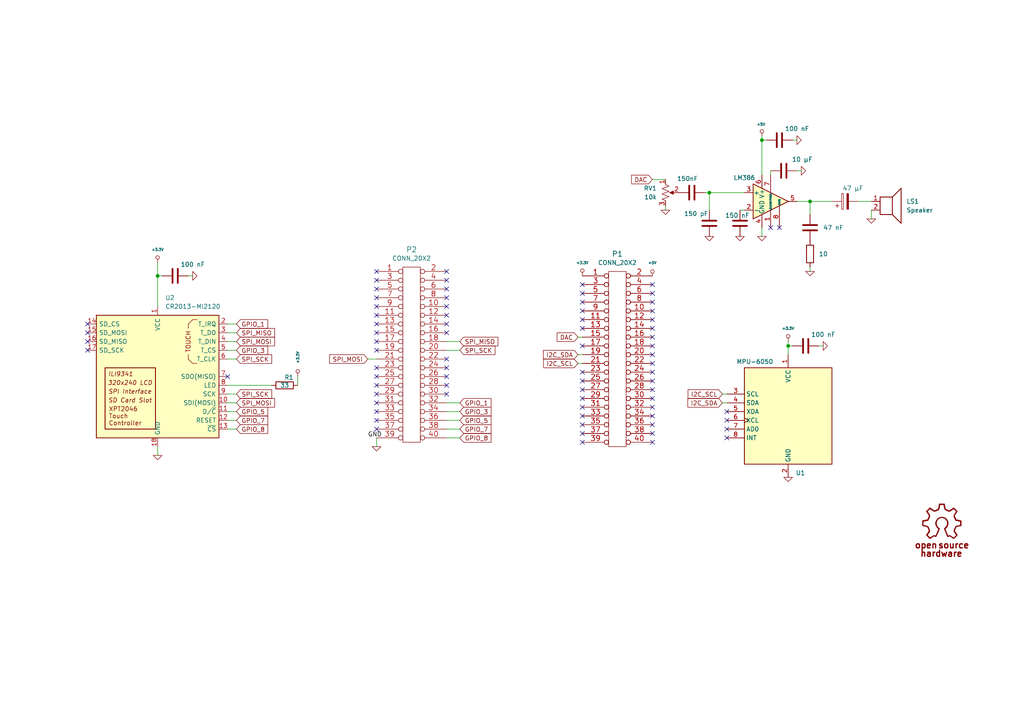
<source format=kicad_sch>
(kicad_sch (version 20231120) (generator "eeschema") (generator_version "8.0")
  (paper "A4")
  (title_block (title "GENERATOR Esquemático") (date "10/02/2024") (rev "1.3"))
  (lib_symbols
    (symbol "Amplifier_Audio:LM386" (pin_names (offset 0.127))
      (property "Value" "LM386" (at 5.334 5.588 0))
      (symbol "LM386_0_1"
        (polyline (pts (xy 5.08 0) (xy -5.08 5.08) (xy -5.08 -5.08) (xy 5.08 0)) (stroke (width 0.254)) (fill (type background)))
      )
      (symbol "LM386_1_1"
        (pin input line (at 0 -7.62 90) (length 5.08) (name "GAIN") (number "1"))
        (pin input line (at -7.62 -2.54 0) (length 2.54) (name "-") (number "2"))
        (pin input line (at -7.62 2.54 0) (length 2.54) (name "+") (number "3"))
        (pin power_in line (at -2.54 -7.62 90) (length 3.81) (name "GND") (number "4"))
        (pin output line (at 7.62 0 180) (length 2.54) (name "~") (number "5"))
        (pin power_in line (at -2.54 7.62 270) (length 3.81) (name "V+") (number "6"))
        (pin input line (at 0 7.62 270) (length 5.08) (name "BYPASS") (number "7"))
        (pin input line (at 2.54 -7.62 90) (length 6.35) (name "GAIN") (number "8"))
      )
    )
    (symbol "CONN_20X2_1" (pin_names (offset 0.254) hide)
      (property "Reference" "P2" (at 0 30.48 0))
      (property "Value" "CONN_20X2" (at 0 27.94 0))
      (symbol "CONN_20X2_1_0_1"
        (rectangle (start -2.54 25.4) (end 2.54 -25.4))
      )
      (symbol "CONN_20X2_1_1_1"
        (pin passive inverted (at -10.16 24.13 0) (length 7.62) (name "P1") (number "1"))
        (pin passive inverted (at 10.16 13.97 180) (length 7.62) (name "P10") (number "10"))
        (pin passive inverted (at -10.16 11.43 0) (length 7.62) (name "P11") (number "11"))
        (pin passive inverted (at 10.16 11.43 180) (length 7.62) (name "P12") (number "12"))
        (pin passive inverted (at -10.16 8.89 0) (length 7.62) (name "P13") (number "13"))
        (pin passive inverted (at 10.16 8.89 180) (length 7.62) (name "P14") (number "14"))
        (pin passive inverted (at -10.16 6.35 0) (length 7.62) (name "P15") (number "15"))
        (pin passive inverted (at 10.16 6.35 180) (length 7.62) (name "P16") (number "16"))
        (pin passive inverted (at -10.16 3.81 0) (length 7.62) (name "P17") (number "17"))
        (pin passive inverted (at 10.16 3.81 180) (length 7.62) (name "P18") (number "18"))
        (pin passive inverted (at -10.16 1.27 0) (length 7.62) (name "P19") (number "19"))
        (pin passive inverted (at 10.16 24.13 180) (length 7.62) (name "P2") (number "2"))
        (pin passive inverted (at 10.16 1.27 180) (length 7.62) (name "P20") (number "20"))
        (pin passive inverted (at -10.16 -1.27 0) (length 7.62) (name "P21") (number "21"))
        (pin passive inverted (at 10.16 -1.27 180) (length 7.62) (name "P22") (number "22"))
        (pin passive inverted (at -10.16 -3.81 0) (length 7.62) (name "P23") (number "23"))
        (pin passive inverted (at 10.16 -3.81 180) (length 7.62) (name "P24") (number "24"))
        (pin passive inverted (at -10.16 -6.35 0) (length 7.62) (name "~") (number "25"))
        (pin passive inverted (at 10.16 -6.35 180) (length 7.62) (name "P26") (number "26"))
        (pin passive inverted (at -10.16 -8.89 0) (length 7.62) (name "P27") (number "27"))
        (pin passive inverted (at 10.16 -8.89 180) (length 7.62) (name "P28") (number "28"))
        (pin passive inverted (at -10.16 -11.43 0) (length 7.62) (name "P29") (number "29"))
        (pin passive inverted (at -10.16 21.59 0) (length 7.62) (name "P3") (number "3"))
        (pin passive inverted (at 10.16 -11.43 180) (length 7.62) (name "P30") (number "30"))
        (pin passive inverted (at -10.16 -13.97 0) (length 7.62) (name "P31") (number "31"))
        (pin passive inverted (at 10.16 -13.97 180) (length 7.62) (name "P32") (number "32"))
        (pin passive inverted (at -10.16 -16.51 0) (length 7.62) (name "P33") (number "33"))
        (pin passive inverted (at 10.16 -16.51 180) (length 7.62) (name "P34") (number "34"))
        (pin passive inverted (at -10.16 -19.05 0) (length 7.62) (name "P35") (number "35"))
        (pin passive inverted (at 10.16 -19.05 180) (length 7.62) (name "P36") (number "36"))
        (pin passive inverted (at -10.16 -21.59 0) (length 7.62) (name "P37") (number "37"))
        (pin passive inverted (at 10.16 -21.59 180) (length 7.62) (name "P38") (number "38"))
        (pin passive inverted (at -10.16 -24.13 0) (length 7.62) (name "P39") (number "39"))
        (pin passive inverted (at 10.16 21.59 180) (length 7.62) (name "P4") (number "4"))
        (pin passive inverted (at 10.16 -24.13 180) (length 7.62) (name "P40") (number "40"))
        (pin passive inverted (at -10.16 19.05 0) (length 7.62) (name "P5") (number "5"))
        (pin passive inverted (at 10.16 19.05 180) (length 7.62) (name "P6") (number "6"))
        (pin passive inverted (at -10.16 16.51 0) (length 7.62) (name "P7") (number "7"))
        (pin passive inverted (at 10.16 16.51 180) (length 7.62) (name "P8") (number "8"))
        (pin passive inverted (at -10.16 13.97 0) (length 7.62) (name "P9") (number "9"))
      )
    )
    (symbol "Device:C" (pin_numbers hide) (pin_names (offset 0.254))
      (property "Reference" "C" (at 0.635 2.54 0))
      (property "Value" "C" (at 0.635 -2.54 0))
      (symbol "C_0_1"
        (polyline (pts (xy -2.032 -0.762) (xy 2.032 -0.762)) (stroke (width 0.508)))
        (polyline (pts (xy -2.032 0.762) (xy 2.032 0.762)) (stroke (width 0.508)))
      )
      (symbol "C_1_1"
        (pin passive line (at 0 3.81 270) (length 2.794) (name "~") (number "1"))
        (pin passive line (at 0 -3.81 90) (length 2.794) (name "~") (number "2"))
      )
    )
    (symbol "Device:C_Polarized" (pin_numbers hide) (pin_names (offset 0.254))
      (property "Reference" "C" (at 0.635 2.54 0))
      (property "Value" "C_Polarized" (at 0.635 -2.54 0))
      (symbol "C_Polarized_0_1"
        (rectangle (start -2.286 0.508) (end 2.286 1.016))
        (polyline (pts (xy -1.778 2.286) (xy -0.762 2.286)))
        (polyline (pts (xy -1.27 2.794) (xy -1.27 1.778)))
        (rectangle (start 2.286 -0.508) (end -2.286 -1.016) (fill (type outline)))
      )
      (symbol "C_Polarized_1_1"
        (pin passive line (at 0 3.81 270) (length 2.794) (name "~") (number "1"))
        (pin passive line (at 0 -3.81 90) (length 2.794) (name "~") (number "2"))
      )
    )
    (symbol "Device:R" (pin_numbers hide) (pin_names (offset 0))
      (property "Reference" "R" (at 2.032 0 90))
      (property "Value" "R" (at 0 0 90))
      (symbol "R_0_1"
        (rectangle (start -1.016 -2.54) (end 1.016 2.54) (stroke (width 0.254)))
      )
      (symbol "R_1_1"
        (pin passive line (at 0 3.81 270) (length 1.27) (name "~") (number "1"))
        (pin passive line (at 0 -3.81 90) (length 1.27) (name "~") (number "2"))
      )
    )
    (symbol "Device:R_Potentiometer_US" (pin_names (offset 1.016) hide)
      (property "Reference" "RV" (at -4.445 0 90))
      (property "Value" "R_Potentiometer_US" (at -2.54 0 90))
      (symbol "R_Potentiometer_US_0_1"
        (polyline (pts (xy 0 -2.286) (xy 0 -2.54)))
        (polyline (pts (xy 0 2.54) (xy 0 2.286)))
        (polyline (pts (xy 2.54 0) (xy 1.524 0)))
        (polyline (pts (xy 1.143 0) (xy 2.286 0.508) (xy 2.286 -0.508) (xy 1.143 0)) (fill (type outline)))
        (polyline (pts (xy 0 -0.762) (xy 1.016 -1.143) (xy 0 -1.524) (xy -1.016 -1.905) (xy 0 -2.286)))
        (polyline (pts (xy 0 0.762) (xy 1.016 0.381) (xy 0 0) (xy -1.016 -0.381) (xy 0 -0.762)))
        (polyline (pts (xy 0 2.286) (xy 1.016 1.905) (xy 0 1.524) (xy -1.016 1.143) (xy 0 0.762)))
      )
      (symbol "R_Potentiometer_US_1_1"
        (pin passive line (at 0 3.81 270) (length 1.27) (name "1") (number "1"))
        (pin passive line (at 3.81 0 180) (length 1.27) (name "2") (number "2"))
        (pin passive line (at 0 -3.81 90) (length 1.27) (name "3") (number "3"))
      )
    )
    (symbol "Device:Speaker" (pin_names (offset 0) hide)
      (property "Reference" "LS" (at 1.27 5.715 0))
      (property "Value" "Speaker" (at 1.27 3.81 0))
      (symbol "Speaker_0_0"
        (rectangle (start -2.54 1.27) (end 1.016 -3.81) (stroke (width 0.254)))
        (polyline (pts (xy 1.016 1.27) (xy 3.556 3.81) (xy 3.556 -6.35) (xy 1.016 -3.81)) (stroke (width 0.254)))
      )
      (symbol "Speaker_1_1"
        (pin input line (at -5.08 0 0) (length 2.54) (name "1") (number "1"))
        (pin input line (at -5.08 -2.54 0) (length 2.54) (name "2") (number "2"))
      )
    )
    (symbol "Driver_Display:CR2013-MI2120" (pin_names (offset 0.762))
      (property "Reference" "U2" (at 2.1941 17.78 0))
      (property "Value" "CR2013-MI2120" (at 2.1941 15.24 0))
      (symbol "CR2013-MI2120_0_0"
        (text "320x240 LCD" (at -8.001 -6.858 0) (effects (font (size 1.27 1.27) (italic yes))))
        (text "ILI9341" (at -14.351 -4.318 0) (effects (font (size 1.27 1.27) (italic yes)) (justify left)))
        (text "SPI Interface" (at -14.351 -9.398 0) (effects (font (size 1.27 1.27) (italic yes)) (justify left)))
      )
      (symbol "CR2013-MI2120_0_1"
        (rectangle (start -17.78 12.7) (end 17.78 -22.86) (stroke (width 0.254)) (fill (type background)))
        (rectangle (start -15.24 -2.54) (end -0.635 -20.32) (stroke (width 0.254)))
        (polyline (pts (xy 8.89 0) (xy 8.89 1.27)))
        (polyline (pts (xy 8.89 8.89) (xy 8.89 10.16) (xy 10.16 11.43) (xy 11.43 11.43)))
      )
      (symbol "CR2013-MI2120_1_0"
        (text "SD Card Slot" (at -14.351 -11.938 0) (effects (font (size 1.27 1.27) (italic yes)) (justify left)))
        (text "XPT2046\nTouch\nController\n" (at -14.224 -16.51 0) (effects (font (size 1.27 1.27)) (justify left)))
      )
      (symbol "CR2013-MI2120_1_1"
        (polyline (pts (xy 8.89 0) (xy 10.16 -1.27) (xy 11.43 -1.27)))
        (text "TOUCH" (at 8.89 5.08 900) (effects (font (size 1.27 1.27))))
        (pin power_in line (at 0 15.24 270) (length 2.54) (name "VCC") (number "1"))
        (pin bidirectional line (at 20.32 -12.7 180) (length 2.54) (name "SDI(MOSI)") (number "10"))
        (pin input line (at 20.32 -15.24 180) (length 2.54) (name "D/~{C}") (number "11"))
        (pin input line (at 20.32 -17.78 180) (length 2.54) (name "RESET") (number "12"))
        (pin input line (at 20.32 -20.32 180) (length 2.54) (name "~{CS}") (number "13"))
        (pin input line (at -20.32 10.16 0) (length 2.54) (name "SD_CS") (number "14"))
        (pin input line (at -20.32 7.62 0) (length 2.54) (name "SD_MOSI") (number "15"))
        (pin output line (at -20.32 5.08 0) (length 2.54) (name "SD_MISO") (number "16"))
        (pin input line (at -20.32 2.54 0) (length 2.54) (name "SD_SCK") (number "17"))
        (pin power_in line (at 0 -25.4 90) (length 2.54) (name "GND") (number "18"))
        (pin open_collector line (at 20.32 10.16 180) (length 2.54) (name "T_IRQ") (number "2"))
        (pin output line (at 20.32 7.62 180) (length 2.54) (name "T_DO") (number "3"))
        (pin input line (at 20.32 5.08 180) (length 2.54) (name "T_DIN") (number "4"))
        (pin input line (at 20.32 2.54 180) (length 2.54) (name "T_CS") (number "5"))
        (pin input line (at 20.32 0 180) (length 2.54) (name "T_CLK") (number "6"))
        (pin output line (at 20.32 -5.08 180) (length 2.54) (name "SDO(MISO)") (number "7"))
        (pin power_in line (at 20.32 -7.62 180) (length 2.54) (name "LED") (number "8"))
        (pin input line (at 20.32 -10.16 180) (length 2.54) (name "SCK") (number "9"))
      )
    )
    (symbol "Sensor_Motion:MPU-6050"
      (property "Reference" "U1" (at 2.1941 -16.51 0))
      (property "Value" "MPU-6050" (at 2.1941 -19.05 0))
      (symbol "MPU-6050_0_0"
        (text "" (at 12.7 -2.54 0) (effects (font (size 1.27 1.27))))
      )
      (symbol "MPU-6050_0_1"
        (rectangle (start -12.7 13.97) (end 12.7 -13.97) (stroke (width 0.254)) (fill (type background)))
      )
      (symbol "MPU-6050_1_1"
        (pin power_in line (at 0 17.78 270) (length 3.81) (name "VCC") (number "1"))
        (pin power_in line (at 0 -17.78 90) (length 3.81) (name "GND") (number "2"))
        (pin input line (at -17.78 6.35 0) (length 5.08) (name "SCL") (number "3"))
        (pin bidirectional line (at -17.78 3.81 0) (length 5.08) (name "SDA") (number "4"))
        (pin bidirectional line (at -17.78 1.27 0) (length 5.08) (name "XDA") (number "5"))
        (pin output clock (at -17.78 -1.27 0) (length 5.08) (name "XCL") (number "6"))
        (pin input line (at -17.78 -3.81 0) (length 5.08) (name "AD0") (number "7"))
        (pin output line (at -17.78 -6.35 0) (length 5.08) (name "INT") (number "8"))
      )
    )
    (symbol "edu-ciaa-nxp:+3.3V" (power) (pin_names (offset 0))
      (property "Value" "+3.3V" (at 0 2.794 0))
      (symbol "+3.3V_0_0"
        (pin power_in line (at 0 0 90) (length 0) hide (name "+3.3V") (number "1"))
      )
      (symbol "+3.3V_0_1"
        (polyline (pts (xy 0 0) (xy 0 1.016) (xy 0 1.016)))
        (circle (center 0 1.524) (radius 0.508))
      )
    )
    (symbol "edu-ciaa-nxp:+5V" (power) (pin_names (offset 1.016))
      (property "Value" "+5V" (at 0 2.286 0))
      (symbol "+5V_0_0"
        (pin power_in line (at 0 0 90) (length 0) hide (name "+5V") (number "1"))
      )
      (symbol "+5V_0_1"
        (polyline (pts (xy 0 0) (xy 0 0.762) (xy 0 0.762) (xy 0 0.762)))
        (circle (center 0 1.27) (radius 0.508))
      )
    )
    (symbol "edu-ciaa-nxp:CONN_20X2" (pin_names (offset 0.254) hide)
      (property "Reference" "P" (at 0 26.67 0))
      (property "Value" "CONN_20X2" (at 0 0 90))
      (symbol "CONN_20X2_0_1"
        (rectangle (start -2.54 25.4) (end 2.54 -25.4))
      )
      (symbol "CONN_20X2_1_1"
        (pin passive inverted (at -10.16 24.13 0) (length 7.62) (name "P1") (number "1"))
        (pin passive inverted (at 10.16 13.97 180) (length 7.62) (name "P10") (number "10"))
        (pin passive inverted (at -10.16 11.43 0) (length 7.62) (name "P11") (number "11"))
        (pin passive inverted (at 10.16 11.43 180) (length 7.62) (name "P12") (number "12"))
        (pin passive inverted (at -10.16 8.89 0) (length 7.62) (name "P13") (number "13"))
        (pin passive inverted (at 10.16 8.89 180) (length 7.62) (name "P14") (number "14"))
        (pin passive inverted (at -10.16 6.35 0) (length 7.62) (name "P15") (number "15"))
        (pin passive inverted (at 10.16 6.35 180) (length 7.62) (name "P16") (number "16"))
        (pin passive inverted (at -10.16 3.81 0) (length 7.62) (name "P17") (number "17"))
        (pin passive inverted (at 10.16 3.81 180) (length 7.62) (name "P18") (number "18"))
        (pin passive inverted (at -10.16 1.27 0) (length 7.62) (name "P19") (number "19"))
        (pin passive inverted (at 10.16 24.13 180) (length 7.62) (name "P2") (number "2"))
        (pin passive inverted (at 10.16 1.27 180) (length 7.62) (name "P20") (number "20"))
        (pin passive inverted (at -10.16 -1.27 0) (length 7.62) (name "P21") (number "21"))
        (pin passive inverted (at 10.16 -1.27 180) (length 7.62) (name "P22") (number "22"))
        (pin passive inverted (at -10.16 -3.81 0) (length 7.62) (name "P23") (number "23"))
        (pin passive inverted (at 10.16 -3.81 180) (length 7.62) (name "P24") (number "24"))
        (pin passive inverted (at -10.16 -6.35 0) (length 7.62) (name "~") (number "25"))
        (pin passive inverted (at 10.16 -6.35 180) (length 7.62) (name "P26") (number "26"))
        (pin passive inverted (at -10.16 -8.89 0) (length 7.62) (name "P27") (number "27"))
        (pin passive inverted (at 10.16 -8.89 180) (length 7.62) (name "P28") (number "28"))
        (pin passive inverted (at -10.16 -11.43 0) (length 7.62) (name "P29") (number "29"))
        (pin passive inverted (at -10.16 21.59 0) (length 7.62) (name "P3") (number "3"))
        (pin passive inverted (at 10.16 -11.43 180) (length 7.62) (name "P30") (number "30"))
        (pin passive inverted (at -10.16 -13.97 0) (length 7.62) (name "P31") (number "31"))
        (pin passive inverted (at 10.16 -13.97 180) (length 7.62) (name "P32") (number "32"))
        (pin passive inverted (at -10.16 -16.51 0) (length 7.62) (name "P33") (number "33"))
        (pin passive inverted (at 10.16 -16.51 180) (length 7.62) (name "P34") (number "34"))
        (pin passive inverted (at -10.16 -19.05 0) (length 7.62) (name "P35") (number "35"))
        (pin passive inverted (at 10.16 -19.05 180) (length 7.62) (name "P36") (number "36"))
        (pin passive inverted (at -10.16 -21.59 0) (length 7.62) (name "P37") (number "37"))
        (pin passive inverted (at 10.16 -21.59 180) (length 7.62) (name "P38") (number "38"))
        (pin passive inverted (at -10.16 -24.13 0) (length 7.62) (name "P39") (number "39"))
        (pin passive inverted (at 10.16 21.59 180) (length 7.62) (name "P4") (number "4"))
        (pin passive inverted (at 10.16 -24.13 180) (length 7.62) (name "P40") (number "40"))
        (pin passive inverted (at -10.16 19.05 0) (length 7.62) (name "P5") (number "5"))
        (pin passive inverted (at 10.16 19.05 180) (length 7.62) (name "P6") (number "6"))
        (pin passive inverted (at -10.16 16.51 0) (length 7.62) (name "P7") (number "7"))
        (pin passive inverted (at 10.16 16.51 180) (length 7.62) (name "P8") (number "8"))
        (pin passive inverted (at -10.16 13.97 0) (length 7.62) (name "P9") (number "9"))
      )
    )
    (symbol "edu-ciaa-nxp:GND" (power) (pin_names (offset 0))
      (symbol "GND_0_1"
        (polyline (pts (xy -1.27 0) (xy 0 -1.27) (xy 1.27 0) (xy -1.27 0)))
      )
      (symbol "GND_1_1"
        (pin power_in line (at 0 0 90) (length 0) hide (name "GND") (number "1"))
      )
    )
    (symbol "edu-ciaa-nxp:OSHWA" (pin_names (offset 1.016))
      (symbol "OSHWA_0_0"
        (polyline (pts (xy 5.7912 2.667) (xy 5.5372 2.7178) (xy 5.4864 2.7432) (xy 5.4864 1.8796) (xy 5.4864 1.8288) (xy 5.4864 1.6002) (xy 5.4864 1.4732) (xy 5.4102 1.3716) (xy 5.2832 1.3208) (xy 5.0038 1.27) (xy 4.6228 1.1938) (xy 4.572 1.1684) (xy 4.318 1.1176) (xy 4.1656 1.0414) (xy 4.0386 0.889) (xy 3.937 0.6604) (xy 3.8354 0.4064) (xy 3.683 0.0762) (xy 3.6068 -0.1778) (xy 3.5814 -0.3556) (xy 3.6322 -0.5334) (xy 3.7592 -0.7366) (xy 3.9116 -0.9906) (xy 4.318 -1.5494) (xy 3.937 -1.9304) (xy 3.5814 -2.3114) (xy 3.048 -1.9558) (xy 2.794 -1.778) (xy 2.5654 -1.651) (xy 2.3876 -1.6256) (xy 2.2098 -1.6256) (xy 1.905 -1.6764) (xy 1.4986 -0.7112) (xy 1.1176 0.2286) (xy 1.397 0.508) (xy 1.5748 0.6604) (xy 1.8034 1.016) (xy 1.9304 1.397) (xy 1.9812 1.8542) (xy 1.9812 1.9304) (xy 1.9558 2.2606) (xy 1.905 2.54) (xy 1.7526 2.8194) (xy 1.4732 3.175) (xy 1.0668 3.5052) (xy 0.5842 3.683) (xy 0.1016 3.7338) (xy -0.4064 3.6576) (xy -0.889 3.429) (xy -1.2954 3.048) (xy -1.3462 2.9972) (xy -1.6256 2.5146) (xy -1.7526 2.0066) (xy -1.7018 1.4986) (xy -1.4986 0.9906) (xy -1.143 0.508) (xy -0.8636 0.2032) (xy -1.2446 -0.7366) (xy -1.651 -1.6764) (xy -1.9558 -1.6256) (xy -2.1082 -1.6256) (xy -2.286 -1.651) (xy -2.4892 -1.7526) (xy -2.7686 -1.9304) (xy -3.2766 -2.2606) (xy -3.6576 -1.905) (xy -4.0132 -1.524) (xy -3.6322 -0.9652) (xy -3.2766 -0.4064) (xy -3.429 0.0254) (xy -3.4544 0.1016) (xy -3.6068 0.508) (xy -3.7338 0.7874) (xy -3.8862 0.9906) (xy -4.0894 1.0922) (xy -4.3688 1.1938) (xy -4.7752 1.27) (xy -5.2578 1.3716) (xy -5.2324 1.905) (xy -5.207 2.413) (xy -4.5212 2.54) (xy -3.8608 2.667) (xy -3.5814 3.2512) (xy -3.556 3.302) (xy -3.4036 3.6068) (xy -3.3274 3.8862) (xy -3.2766 4.0386) (xy -3.3274 4.2164) (xy -3.4544 4.445) (xy -3.6322 4.7244) (xy -3.6576 4.7498) (xy -3.81 5.0292) (xy -3.937 5.207) (xy -3.9878 5.3086) (xy -3.9878 5.334) (xy -3.8862 5.461) (xy -3.7338 5.6388) (xy -3.5306 5.8166) (xy -3.3782 5.969) (xy -3.2766 6.0198) (xy -3.1496 5.9436) (xy -2.9464 5.8166) (xy -2.6924 5.6388) (xy -2.6162 5.588) (xy -2.3622 5.4102) (xy -2.159 5.3086) (xy -2.032 5.2578) (xy -1.8796 5.3086) (xy -1.6256 5.3848) (xy -1.3208 5.5118) (xy -1.2446 5.5372) (xy -0.9144 5.6896) (xy -0.7112 5.842) (xy -0.635 5.969) (xy -0.6096 6.096) (xy -0.5588 6.3754) (xy -0.4826 6.6802) (xy -0.381 7.239) (xy 0.127 7.239) (xy 0.635 7.239) (xy 0.7366 6.731) (xy 0.7874 6.477) (xy 0.8636 6.1722) (xy 0.9398 5.9436) (xy 1.0414 5.8166) (xy 1.1684 5.715) (xy 1.3462 5.6134) (xy 1.4478 5.5626) (xy 1.778 5.4356) (xy 2.032 5.334) (xy 2.1844 5.2832) (xy 2.3114 5.2832) (xy 2.4638 5.334) (xy 2.667 5.4356) (xy 2.9464 5.6388) (xy 3.556 6.0452) (xy 3.937 5.6896) (xy 4.2926 5.3086) (xy 3.9116 4.7498) (xy 3.8354 4.6228) (xy 3.683 4.318) (xy 3.5814 4.0894) (xy 3.6068 3.8354) (xy 3.683 3.5306) (xy 3.8862 3.1496) (xy 4.1148 2.667) (xy 4.7752 2.54) (xy 5.461 2.413) (xy 5.4864 1.8796) (xy 5.4864 2.7432) (xy 5.4102 2.7432) (xy 5.1054 2.8194) (xy 4.8006 2.8956) (xy 4.2926 2.9718) (xy 4.064 3.5306) (xy 3.81 4.0894) (xy 4.2418 4.7244) (xy 4.6736 5.3594) (xy 4.1148 5.9182) (xy 3.5814 6.4516) (xy 2.921 6.0198) (xy 2.286 5.5626) (xy 1.7526 5.7912) (xy 1.1938 6.0452) (xy 1.0922 6.5532) (xy 1.0668 6.8072) (xy 0.9906 7.0866) (xy 0.9652 7.3152) (xy 0.9144 7.5438) (xy 0.127 7.5438) (xy -0.6604 7.5438) (xy -0.762 6.9342) (xy -0.8128 6.6802) (xy -0.889 6.35) (xy -0.9652 6.1214) (xy -1.0922 5.9944) (xy -1.27 5.8928) (xy -1.524 5.7658) (xy -2.032 5.588) (xy -2.667 6.0198) (xy -3.3274 6.477) (xy -3.8608 5.9182) (xy -4.4196 5.3594) (xy -3.9878 4.7244) (xy -3.556 4.0894) (xy -3.7846 3.556) (xy -3.7846 3.5306) (xy -3.8862 3.2766) (xy -3.9878 3.0734) (xy -4.0132 2.9972) (xy -4.0386 2.9718) (xy -4.191 2.9464) (xy -4.445 2.8956) (xy -4.7752 2.8194) (xy -5.5118 2.6924) (xy -5.5118 1.905) (xy -5.5118 1.143) (xy -4.9022 1.016) (xy -4.8768 1.016) (xy -4.5466 0.9652) (xy -4.2926 0.889) (xy -4.1402 0.8382) (xy -4.1148 0.8128) (xy -4.0132 0.6604) (xy -3.8862 0.4318) (xy -3.7592 0.1524) (xy -3.683 -0.1016) (xy -3.6576 -0.3048) (xy -3.7084 -0.4572) (xy -3.8608 -0.6858) (xy -4.0386 -0.9652) (xy -4.4196 -1.524) (xy -3.8862 -2.0828) (xy -3.7846 -2.2098) (xy -3.556 -2.413) (xy -3.3782 -2.5654) (xy -3.3274 -2.6162) (xy -3.302 -2.6162) (xy -3.2004 -2.54) (xy -2.9972 -2.413) (xy -2.7178 -2.2352) (xy -2.5654 -2.1082) (xy -2.3368 -1.9558) (xy -2.1844 -1.905) (xy -2.0574 -1.905) (xy -1.905 -1.9304) (xy -1.7018 -2.0066) (xy -1.5748 -2.0574) (xy -1.5494 -2.032) (xy -1.4732 -1.8796) (xy -1.3462 -1.6256) (xy -1.1684 -1.27) (xy -0.9906 -0.8636) (xy -0.4826 0.3556) (xy -0.8382 0.6604) (xy -1.016 0.8128) (xy -1.27 1.2192) (xy -1.4224 1.651) (xy -1.4224 2.1082) (xy -1.2954 2.5146) (xy -1.0922 2.8956) (xy -0.762 3.2004) (xy -0.3556 3.4036) (xy 0.1524 3.4798) (xy 0.4826 3.429) (xy 0.9144 3.2766) (xy 1.27 2.9718) (xy 1.5494 2.5908) (xy 1.6764 2.159) (xy 1.6764 1.8288) (xy 1.6256 1.4478) (xy 1.4732 1.0922) (xy 1.1684 0.762) (xy 0.762 0.3556) (xy 1.2446 -0.8128) (xy 1.3208 -1.016) (xy 1.4732 -1.397) (xy 1.6256 -1.7272) (xy 1.7272 -1.9558) (xy 1.778 -2.0574) (xy 1.8796 -2.0828) (xy 2.032 -2.0066) (xy 2.1844 -1.905) (xy 2.3114 -1.8796) (xy 2.4892 -1.905) (xy 2.7178 -2.032) (xy 3.0226 -2.2352) (xy 3.5814 -2.6416) (xy 4.1402 -2.0828) (xy 4.6736 -1.524) (xy 4.2926 -0.9652) (xy 4.2164 -0.8636) (xy 4.064 -0.6096) (xy 3.937 -0.381) (xy 3.8862 -0.2794) (xy 3.8862 -0.254) (xy 3.937 -0.0762) (xy 4.0386 0.1778) (xy 4.1402 0.4572) (xy 4.2418 0.6858) (xy 4.318 0.7874) (xy 4.3434 0.8128) (xy 4.4958 0.8636) (xy 4.7498 0.9398) (xy 5.08 1.016) (xy 5.7912 1.143) (xy 5.7912 1.905) (xy 5.7912 2.667) (xy 5.7912 2.667)) (stroke (width 0.0254)) (fill (type outline)))
        (text "hardware" (at -0.0254 -6.858 0) (effects (font (size 1.778 1.778) (bold yes))))
        (text "open" (at -4.445 -4.445 0) (effects (font (size 1.778 1.778) (bold yes))))
        (text "source" (at 3.556 -4.445 0) (effects (font (size 1.778 1.778) (bold yes))))
      )
    )
  )
  (junction (at 228.6 100.33))
  (junction (at 45.72 80.01))
  (junction (at 205.74 55.88))
  (junction (at 220.98 40.64))
  (junction (at 234.95 58.42))
  (no_connect (at 129.54 96.52))
  (no_connect (at 189.23 92.71))
  (no_connect (at 189.23 118.11))
  (no_connect (at 226.06 66.04))
  (no_connect (at 109.22 124.46))
  (no_connect (at 129.54 81.28))
  (no_connect (at 189.23 102.87))
  (no_connect (at 189.23 125.73))
  (no_connect (at 168.91 123.19))
  (no_connect (at 109.22 109.22))
  (no_connect (at 168.91 90.17))
  (no_connect (at 109.22 116.84))
  (no_connect (at 25.4 96.52))
  (no_connect (at 168.91 92.71))
  (no_connect (at 210.82 121.92))
  (no_connect (at 109.22 119.38))
  (no_connect (at 129.54 88.9))
  (no_connect (at 189.23 128.27))
  (no_connect (at 168.91 110.49))
  (no_connect (at 189.23 123.19))
  (no_connect (at 189.23 100.33))
  (no_connect (at 109.22 91.44))
  (no_connect (at 189.23 97.79))
  (no_connect (at 109.22 111.76))
  (no_connect (at 25.4 101.6))
  (no_connect (at 210.82 124.46))
  (no_connect (at 189.23 115.57))
  (no_connect (at 189.23 113.03))
  (no_connect (at 109.22 96.52))
  (no_connect (at 189.23 105.41))
  (no_connect (at 109.22 114.3))
  (no_connect (at 109.22 121.92))
  (no_connect (at 129.54 114.3))
  (no_connect (at 109.22 93.98))
  (no_connect (at 129.54 78.74))
  (no_connect (at 25.4 93.98))
  (no_connect (at 168.91 118.11))
  (no_connect (at 129.54 106.68))
  (no_connect (at 129.54 91.44))
  (no_connect (at 168.91 115.57))
  (no_connect (at 189.23 110.49))
  (no_connect (at 109.22 99.06))
  (no_connect (at 168.91 85.09))
  (no_connect (at 168.91 113.03))
  (no_connect (at 129.54 109.22))
  (no_connect (at 189.23 85.09))
  (no_connect (at 189.23 82.55))
  (no_connect (at 189.23 120.65))
  (no_connect (at 129.54 93.98))
  (no_connect (at 168.91 107.95))
  (no_connect (at 168.91 95.25))
  (no_connect (at 129.54 86.36))
  (no_connect (at 168.91 128.27))
  (no_connect (at 168.91 120.65))
  (no_connect (at 109.22 86.36))
  (no_connect (at 109.22 106.68))
  (no_connect (at 25.4 99.06))
  (no_connect (at 168.91 125.73))
  (no_connect (at 189.23 90.17))
  (no_connect (at 210.82 119.38))
  (no_connect (at 129.54 83.82))
  (no_connect (at 66.04 109.22))
  (no_connect (at 109.22 83.82))
  (no_connect (at 223.52 66.04))
  (no_connect (at 168.91 87.63))
  (no_connect (at 210.82 127))
  (no_connect (at 109.22 101.6))
  (no_connect (at 189.23 87.63))
  (no_connect (at 189.23 95.25))
  (no_connect (at 168.91 100.33))
  (no_connect (at 129.54 104.14))
  (no_connect (at 129.54 111.76))
  (no_connect (at 168.91 82.55))
  (no_connect (at 189.23 107.95))
  (no_connect (at 109.22 78.74))
  (no_connect (at 109.22 88.9))
  (no_connect (at 109.22 81.28))
  (wire (pts (xy 66.04 124.46) (xy 68.58 124.46)))
  (wire (pts (xy 86.36 109.22) (xy 86.36 111.76)))
  (wire (pts (xy 45.72 129.54) (xy 45.72 132.08)))
  (wire (pts (xy 109.22 127) (xy 109.22 129.54)))
  (wire (pts (xy 234.95 58.42) (xy 234.95 62.23)))
  (wire (pts (xy 209.55 116.84) (xy 210.82 116.84)))
  (wire (pts (xy 209.55 114.3) (xy 210.82 114.3)))
  (wire (pts (xy 66.04 99.06) (xy 68.58 99.06)))
  (wire (pts (xy 129.54 99.06) (xy 133.35 99.06)))
  (wire (pts (xy 234.95 77.47) (xy 234.95 78.74)))
  (wire (pts (xy 223.52 49.53) (xy 223.52 50.8)))
  (wire (pts (xy 234.95 58.42) (xy 241.3 58.42)))
  (wire (pts (xy 129.54 116.84) (xy 133.35 116.84)))
  (wire (pts (xy 231.14 58.42) (xy 234.95 58.42)))
  (wire (pts (xy 45.72 80.01) (xy 46.99 80.01)))
  (wire (pts (xy 129.54 121.92) (xy 133.35 121.92)))
  (wire (pts (xy 205.74 55.88) (xy 205.74 60.96)))
  (wire (pts (xy 45.72 76.2) (xy 45.72 80.01)))
  (wire (pts (xy 66.04 111.76) (xy 78.74 111.76)))
  (wire (pts (xy 167.64 105.41) (xy 168.91 105.41)))
  (wire (pts (xy 229.87 40.64) (xy 231.14 40.64)))
  (wire (pts (xy 66.04 119.38) (xy 68.58 119.38)))
  (wire (pts (xy 220.98 66.04) (xy 220.98 68.58)))
  (wire (pts (xy 231.14 49.53) (xy 232.41 49.53)))
  (wire (pts (xy 66.04 114.3) (xy 68.58 114.3)))
  (wire (pts (xy 66.04 116.84) (xy 68.58 116.84)))
  (wire (pts (xy 252.73 60.96) (xy 252.73 63.5)))
  (wire (pts (xy 220.98 39.37) (xy 220.98 40.64)))
  (wire (pts (xy 66.04 101.6) (xy 68.58 101.6)))
  (wire (pts (xy 167.64 97.79) (xy 168.91 97.79)))
  (wire (pts (xy 129.54 127) (xy 133.35 127)))
  (wire (pts (xy 66.04 93.98) (xy 68.58 93.98)))
  (wire (pts (xy 228.6 100.33) (xy 229.87 100.33)))
  (wire (pts (xy 129.54 124.46) (xy 133.35 124.46)))
  (wire (pts (xy 248.92 58.42) (xy 252.73 58.42)))
  (wire (pts (xy 220.98 40.64) (xy 220.98 50.8)))
  (wire (pts (xy 129.54 101.6) (xy 133.35 101.6)))
  (wire (pts (xy 45.72 80.01) (xy 45.72 88.9)))
  (wire (pts (xy 106.68 104.14) (xy 109.22 104.14)))
  (wire (pts (xy 54.61 80.01) (xy 55.88 80.01)))
  (wire (pts (xy 215.9 60.96) (xy 214.63 60.96)))
  (wire (pts (xy 129.54 119.38) (xy 133.35 119.38)))
  (wire (pts (xy 228.6 99.06) (xy 228.6 100.33)))
  (wire (pts (xy 193.04 59.69) (xy 193.04 60.96)))
  (wire (pts (xy 189.23 52.07) (xy 193.04 52.07)))
  (wire (pts (xy 237.49 100.33) (xy 238.76 100.33)))
  (wire (pts (xy 167.64 102.87) (xy 168.91 102.87)))
  (wire (pts (xy 66.04 96.52) (xy 68.58 96.52)))
  (wire (pts (xy 205.74 55.88) (xy 215.9 55.88)))
  (wire (pts (xy 66.04 121.92) (xy 68.58 121.92)))
  (wire (pts (xy 204.47 55.88) (xy 205.74 55.88)))
  (wire (pts (xy 66.04 104.14) (xy 68.58 104.14)))
  (wire (pts (xy 228.6 100.33) (xy 228.6 102.87)))
  (wire (pts (xy 220.98 40.64) (xy 222.25 40.64)))
  (label "GND" (at 106.68 127 0))
  (global_label "I2C_SCL" (shape input) (at 167.64 105.41 180) (property "Intersheetrefs" "${INTERSHEET_REFS}" (effects (hide yes))))
  (global_label "DAC" (shape input) (at 167.64 97.79 180) (property "Intersheetrefs" "${INTERSHEET_REFS}" (effects (hide yes))))
  (global_label "GPIO_5" (shape input) (at 133.35 121.92 0) (property "Intersheetrefs" "${INTERSHEET_REFS}" (effects (hide yes))))
  (global_label "I2C_SDA" (shape input) (at 209.55 116.84 180) (property "Intersheetrefs" "${INTERSHEET_REFS}" (effects (hide yes))))
  (global_label "GPIO_7" (shape input) (at 68.58 121.92 0) (property "Intersheetrefs" "${INTERSHEET_REFS}" (effects (hide yes))))
  (global_label "SPI_MOSI" (shape input) (at 106.68 104.14 180) (property "Intersheetrefs" "${INTERSHEET_REFS}" (effects (hide yes))))
  (global_label "SPI_MOSI" (shape input) (at 68.58 99.06 0) (property "Intersheetrefs" "${INTERSHEET_REFS}" (effects (hide yes))))
  (global_label "GPIO_8" (shape input) (at 133.35 127 0) (property "Intersheetrefs" "${INTERSHEET_REFS}" (effects (hide yes))))
  (global_label "GPIO_1" (shape input) (at 68.58 93.98 0) (property "Intersheetrefs" "${INTERSHEET_REFS}" (effects (hide yes))))
  (global_label "GPIO_5" (shape input) (at 68.58 119.38 0) (property "Intersheetrefs" "${INTERSHEET_REFS}" (effects (hide yes))))
  (global_label "I2C_SDA" (shape input) (at 167.64 102.87 180) (property "Intersheetrefs" "${INTERSHEET_REFS}" (effects (hide yes))))
  (global_label "SPI_MISO" (shape input) (at 68.58 96.52 0) (property "Intersheetrefs" "${INTERSHEET_REFS}" (effects (hide yes))))
  (global_label "I2C_SCL" (shape input) (at 209.55 114.3 180) (property "Intersheetrefs" "${INTERSHEET_REFS}" (effects (hide yes))))
  (global_label "SPI_SCK" (shape input) (at 68.58 114.3 0) (property "Intersheetrefs" "${INTERSHEET_REFS}" (effects (hide yes))))
  (global_label "GPIO_3" (shape input) (at 68.58 101.6 0) (property "Intersheetrefs" "${INTERSHEET_REFS}" (effects (hide yes))))
  (global_label "SPI_MISO" (shape input) (at 133.35 99.06 0) (property "Intersheetrefs" "${INTERSHEET_REFS}" (effects (hide yes))))
  (global_label "SPI_MOSI" (shape input) (at 68.58 116.84 0) (property "Intersheetrefs" "${INTERSHEET_REFS}" (effects (hide yes))))
  (global_label "GPIO_8" (shape input) (at 68.58 124.46 0) (property "Intersheetrefs" "${INTERSHEET_REFS}" (effects (hide yes))))
  (global_label "GPIO_1" (shape input) (at 133.35 116.84 0) (property "Intersheetrefs" "${INTERSHEET_REFS}" (effects (hide yes))))
  (global_label "SPI_SCK" (shape input) (at 133.35 101.6 0) (property "Intersheetrefs" "${INTERSHEET_REFS}" (effects (hide yes))))
  (global_label "SPI_SCK" (shape input) (at 68.58 104.14 0) (property "Intersheetrefs" "${INTERSHEET_REFS}" (effects (hide yes))))
  (global_label "DAC" (shape input) (at 189.23 52.07 180) (property "Intersheetrefs" "${INTERSHEET_REFS}" (effects (hide yes))))
  (global_label "GPIO_7" (shape input) (at 133.35 124.46 0) (property "Intersheetrefs" "${INTERSHEET_REFS}" (effects (hide yes))))
  (global_label "GPIO_3" (shape input) (at 133.35 119.38 0) (property "Intersheetrefs" "${INTERSHEET_REFS}" (effects (hide yes))))
  (symbol (lib_id "Sensor_Motion:MPU-6050") (at 228.6 120.65 0) (unit 1)
    (property "Reference" "U1" (at 230.7941 137.16 0) (effects (justify left)))
    (property "Value" "MPU-6050" (at 213.614 104.902 0) (effects (justify left)))
    (property "Footprint" "ILI_libreria_personalizada:MPU-3050" (effects (hide yes)))
    (property "Datasheet" "https://invensense.tdk.com/wp-content/uploads/2015/02/MPU-6000-Datasheet1.pdf" (effects (hide yes)))
    (property "Description" "InvenSense 6-Axis Motion Sensor, Gyroscope, Accelerometer, I2C" (effects (hide yes)))
  )
  (symbol (lib_id "edu-ciaa-nxp:GND") (at 238.76 100.33 90) (unit 1)
    (property "Reference" "#PWR023" (effects (hide yes)))
    (property "Value" "GND" (effects (hide yes)))
  )
  (symbol (lib_id "edu-ciaa-nxp:CONN_20X2") (at 179.07 104.14 0) (unit 1)
    (property "Reference" "P1" (at 179.07 73.66 0) (effects (font (size 1.524 1.524))))
    (property "Value" "CONN_20X2" (at 179.07 76.2 0))
    (property "Footprint" "Connector_PinSocket_2.54mm:PinSocket_2x20_P2.54mm_Vertical" (effects (hide yes)))
  )
  (symbol (lib_id "edu-ciaa-nxp:+5V") (at 220.98 39.37 0) (unit 1)
    (property "Reference" "#PWR012" (effects (hide yes)))
    (property "Value" "+5V" (at 220.726 36.068 0) (effects (font (size 0.762 0.762))))
  )
  (symbol (lib_id "edu-ciaa-nxp:GND") (at 45.72 132.08 0) (unit 1)
    (property "Reference" "#PWR05" (effects (hide yes)))
    (property "Value" "GND" (effects (hide yes)))
  )
  (symbol (lib_id "Device:C") (at 234.95 66.04 180) (unit 1)
    (property "Reference" "C2" (effects (hide yes)))
    (property "Value" "47 nF" (at 238.76 66.0399 0) (effects (justify right)))
    (property "Footprint" "Capacitor_THT:C_Disc_D5.0mm_W2.5mm_P5.00mm" (effects (hide yes)))
    (property "Description" "Unpolarized capacitor" (effects (hide yes)))
  )
  (symbol (lib_id "Device:C") (at 233.68 100.33 270) (unit 1)
    (property "Reference" "C10" (effects (hide yes)))
    (property "Value" "100 nF" (at 242.316 97.028 90) (effects (justify right)))
    (property "Footprint" "Capacitor_THT:C_Disc_D5.0mm_W2.5mm_P5.00mm" (effects (hide yes)))
    (property "Description" "Unpolarized capacitor" (effects (hide yes)))
  )
  (symbol (lib_id "edu-ciaa-nxp:+3.3V") (at 86.36 109.22 0) (unit 1)
    (property "Reference" "#PWR03" (effects (hide yes)))
    (property "Value" "+3.3V" (at 86.36 105.41 90) (effects (font (size 0.762 0.762)) (justify left)))
  )
  (symbol (lib_id "edu-ciaa-nxp:+3.3V") (at 45.72 76.2 0) (unit 1)
    (property "Reference" "#PWR02" (effects (hide yes)))
    (property "Value" "+3.3V" (at 45.72 72.39 0) (effects (font (size 0.762 0.762))))
  )
  (symbol (lib_id "Device:Speaker") (at 257.81 58.42 0) (unit 1)
    (property "Reference" "LS1" (at 262.89 58.4199 0) (effects (justify left)))
    (property "Value" "Speaker" (at 262.89 60.9599 0) (effects (justify left)))
    (property "Footprint" "Buzzer_Beeper:Buzzer_12x9.5RM7.6" (effects (hide yes)))
    (property "Description" "Speaker" (effects (hide yes)))
  )
  (symbol (lib_id "Amplifier_Audio:LM386") (at 223.52 58.42 0) (unit 1)
    (property "Reference" "U4" (effects (hide yes)))
    (property "Value" "LM386" (at 215.9 51.562 0))
    (property "Footprint" "Package_DIP:DIP-8_W7.62mm" (effects (hide yes)))
    (property "Datasheet" "http://www.ti.com/lit/ds/symlink/lm386.pdf" (effects (hide yes)))
    (property "Description" "Low Voltage Audio Power Amplifier, DIP-8/SOIC-8/SSOP-8" (effects (hide yes)))
  )
  (symbol (lib_id "edu-ciaa-nxp:GND") (at 55.88 80.01 90) (unit 1)
    (property "Reference" "#PWR020" (effects (hide yes)))
    (property "Value" "GND" (effects (hide yes)))
  )
  (symbol (lib_id "Device:C") (at 200.66 55.88 90) (unit 1)
    (property "Reference" "C3" (effects (hide yes)))
    (property "Value" "150nF" (at 199.39 51.816 90))
    (property "Footprint" "Capacitor_THT:C_Disc_D5.0mm_W2.5mm_P5.00mm" (effects (hide yes)))
    (property "Description" "Unpolarized capacitor" (effects (hide yes)))
  )
  (symbol (lib_id "edu-ciaa-nxp:GND") (at 234.95 78.74 0) (unit 1)
    (property "Reference" "#PWR015" (effects (hide yes)))
    (property "Value" "GND" (effects (hide yes)))
  )
  (symbol (lib_id "edu-ciaa-nxp:GND") (at 232.41 49.53 90) (unit 1)
    (property "Reference" "#PWR018" (effects (hide yes)))
    (property "Value" "GND" (effects (hide yes)))
  )
  (symbol (lib_id "Device:C") (at 214.63 64.77 180) (unit 1)
    (property "Reference" "C5" (effects (hide yes)))
    (property "Value" "150 nF" (at 210.312 62.484 0) (effects (justify right)))
    (property "Footprint" "Capacitor_THT:C_Disc_D5.0mm_W2.5mm_P5.00mm" (effects (hide yes)))
    (property "Description" "Unpolarized capacitor" (effects (hide yes)))
  )
  (symbol (lib_id "edu-ciaa-nxp:GND") (at 231.14 40.64 90) (unit 1)
    (property "Reference" "#PWR017" (effects (hide yes)))
    (property "Value" "GND" (effects (hide yes)))
  )
  (symbol (lib_id "Device:R") (at 82.55 111.76 90) (unit 1)
    (property "Reference" "R1" (at 83.82 109.474 90))
    (property "Value" "33" (at 82.55 111.76 90))
    (property "Footprint" "Resistor_THT:R_Axial_DIN0207_L6.3mm_D2.5mm_P10.16mm_Horizontal" (effects (hide yes)))
    (property "Description" "Resistor" (effects (hide yes)))
  )
  (symbol (lib_id "edu-ciaa-nxp:+3.3V") (at 168.91 80.01 0) (unit 1)
    (property "Reference" "#PWR07" (effects (hide yes)))
    (property "Value" "+3.3V" (at 168.91 76.2 0) (effects (font (size 0.762 0.762))))
  )
  (symbol (lib_id "edu-ciaa-nxp:GND") (at 228.6 138.43 0) (unit 1)
    (property "Reference" "#PWR09" (effects (hide yes)))
    (property "Value" "GND" (effects (hide yes)))
  )
  (symbol (lib_id "Device:C") (at 226.06 40.64 270) (unit 1)
    (property "Reference" "C6" (effects (hide yes)))
    (property "Value" "100 nF" (at 234.696 37.338 90) (effects (justify right)))
    (property "Footprint" "Capacitor_THT:C_Disc_D5.0mm_W2.5mm_P5.00mm" (effects (hide yes)))
    (property "Description" "Unpolarized capacitor" (effects (hide yes)))
  )
  (symbol (lib_id "edu-ciaa-nxp:OSHWA") (at 273.05 153.67 0) (unit 1)
    (property "Reference" "#G1" (effects (hide yes)))
    (property "Value" "OSHWA" (effects (hide yes)))
  )
  (symbol (lib_id "Driver_Display:CR2013-MI2120") (at 45.72 104.14 0) (unit 1)
    (property "Reference" "U2" (at 47.9141 86.36 0) (effects (justify left)))
    (property "Value" "CR2013-MI2120" (at 47.9141 88.9 0) (effects (justify left)))
    (property "Footprint" "ILI_libreria_personalizada:ILI_footprint" (effects (hide yes)))
    (property "Datasheet" "https://cdn-shop.adafruit.com/datasheets/ILI9341.pdf" (effects (hide yes)))
    (property "Description" "ILI9341 controller, SPI TFT LCD Display, 9-pin breakout PCB, 4-pin SD card interface, 5V/3.3V" (effects (hide yes)))
  )
  (symbol (lib_id "edu-ciaa-nxp:GND") (at 220.98 68.58 0) (unit 1)
    (property "Reference" "#PWR08" (effects (hide yes)))
    (property "Value" "GND" (effects (hide yes)))
  )
  (symbol (lib_id "edu-ciaa-nxp:+3.3V") (at 228.6 99.06 0) (unit 1)
    (property "Reference" "#PWR06" (effects (hide yes)))
    (property "Value" "+3.3V" (at 228.6 95.25 0) (effects (font (size 0.762 0.762))))
  )
  (symbol (lib_id "edu-ciaa-nxp:GND") (at 252.73 63.5 0) (unit 1)
    (property "Reference" "#PWR010" (effects (hide yes)))
    (property "Value" "GND" (effects (hide yes)))
  )
  (symbol (lib_id "edu-ciaa-nxp:GND") (at 109.22 129.54 0) (unit 1)
    (property "Reference" "#PWR04" (effects (hide yes)))
    (property "Value" "GND" (effects (hide yes)))
  )
  (symbol (lib_id "edu-ciaa-nxp:GND") (at 205.74 68.58 0) (unit 1)
    (property "Reference" "#PWR016" (effects (hide yes)))
    (property "Value" "GND" (effects (hide yes)))
  )
  (symbol (lib_id "Device:C_Polarized") (at 245.11 58.42 90) (unit 1)
    (property "Reference" "C1" (effects (hide yes)))
    (property "Value" "47 μF" (at 247.396 54.61 90))
    (property "Footprint" "Capacitor_THT:CP_Radial_D8.0mm_P5.00mm" (effects (hide yes)))
    (property "Description" "Polarized capacitor" (effects (hide yes)))
  )
  (symbol (lib_id "Device:R_Potentiometer_US") (at 193.04 55.88 0) (unit 1)
    (property "Reference" "RV1" (at 190.5 54.6099 0) (effects (justify right)))
    (property "Value" "10k" (at 190.5 57.1499 0) (effects (justify right)))
    (property "Footprint" "Potentiometer_THT:Potentiometer_Piher_PT-6-V_Vertical" (effects (hide yes)))
    (property "Description" "Potentiometer, US symbol" (effects (hide yes)))
  )
  (symbol (lib_id "Device:C") (at 50.8 80.01 270) (unit 1)
    (property "Reference" "C8" (effects (hide yes)))
    (property "Value" "100 nF" (at 59.436 76.708 90) (effects (justify right)))
    (property "Footprint" "Capacitor_THT:C_Disc_D5.0mm_W2.5mm_P5.00mm" (effects (hide yes)))
    (property "Description" "Unpolarized capacitor" (effects (hide yes)))
  )
  (symbol (lib_name "CONN_20X2_1") (lib_id "edu-ciaa-nxp:CONN_20X2") (at 119.38 102.87 0) (unit 1)
    (property "Reference" "P2" (at 119.38 72.39 0) (effects (font (size 1.524 1.524))))
    (property "Value" "CONN_20X2" (at 119.38 74.93 0))
    (property "Footprint" "Connector_PinSocket_2.54mm:PinSocket_2x20_P2.54mm_Vertical" (effects (hide yes)))
  )
  (symbol (lib_id "edu-ciaa-nxp:GND") (at 214.63 68.58 0) (unit 1)
    (property "Reference" "#PWR014" (effects (hide yes)))
    (property "Value" "GND" (effects (hide yes)))
  )
  (symbol (lib_id "Device:C") (at 205.74 64.77 180) (unit 1)
    (property "Reference" "C4" (effects (hide yes)))
    (property "Value" "150 pF" (at 198.374 61.976 0) (effects (justify right)))
    (property "Footprint" "Capacitor_THT:C_Disc_D5.0mm_W2.5mm_P5.00mm" (effects (hide yes)))
    (property "Description" "Unpolarized capacitor" (effects (hide yes)))
  )
  (symbol (lib_id "edu-ciaa-nxp:GND") (at 193.04 60.96 0) (unit 1)
    (property "Reference" "#PWR013" (effects (hide yes)))
    (property "Value" "GND" (effects (hide yes)))
  )
  (symbol (lib_id "Device:C") (at 227.33 49.53 270) (unit 1)
    (property "Reference" "C7" (effects (hide yes)))
    (property "Value" "10 μF" (at 235.712 46.228 90) (effects (justify right)))
    (property "Footprint" "Capacitor_THT:C_Disc_D5.0mm_W2.5mm_P5.00mm" (effects (hide yes)))
    (property "Description" "Unpolarized capacitor" (effects (hide yes)))
  )
  (symbol (lib_id "edu-ciaa-nxp:+5V") (at 189.23 80.01 0) (unit 1)
    (property "Reference" "#PWR011" (effects (hide yes)))
    (property "Value" "+5V" (at 189.23 76.2 0) (effects (font (size 0.762 0.762))))
  )
  (symbol (lib_id "Device:R") (at 234.95 73.66 0) (unit 1)
    (property "Reference" "R2" (effects (hide yes)))
    (property "Value" "10" (at 237.49 73.6599 0) (effects (justify left)))
    (property "Footprint" "Resistor_THT:R_Axial_DIN0207_L6.3mm_D2.5mm_P10.16mm_Horizontal" (effects (hide yes)))
    (property "Description" "Resistor" (effects (hide yes)))
  )
)
</source>
